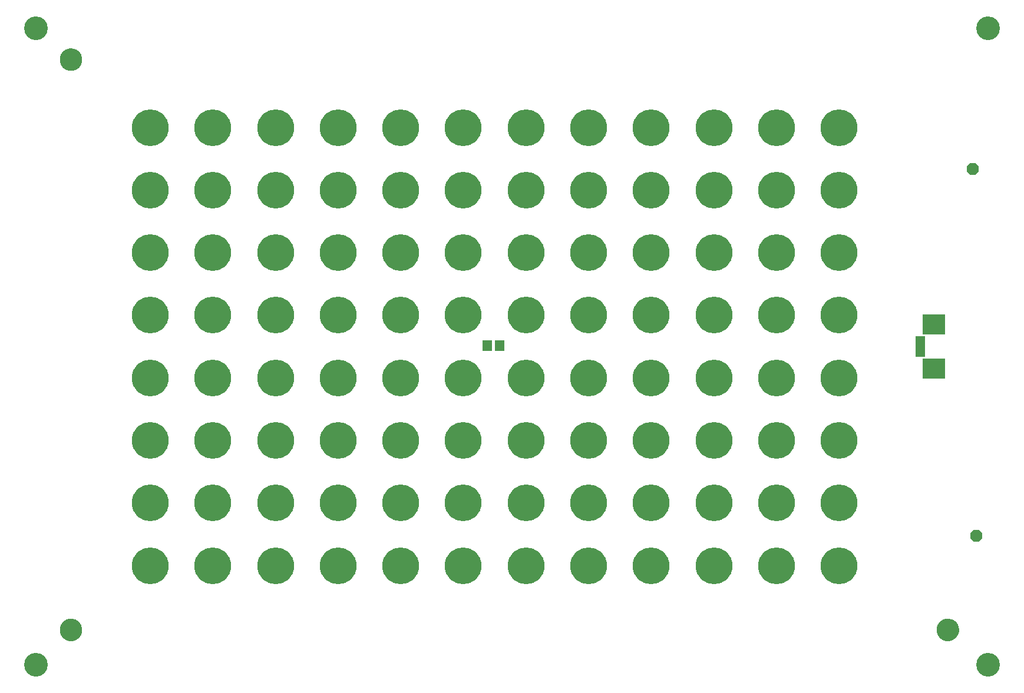
<source format=gbs>
G75*
%MOIN*%
%OFA0B0*%
%FSLAX25Y25*%
%IPPOS*%
%LPD*%
%AMOC8*
5,1,8,0,0,1.08239X$1,22.5*
%
%ADD10C,0.20800*%
%ADD11C,0.13398*%
%ADD12C,0.08600*%
%ADD13C,0.04800*%
%ADD14R,0.05450X0.06225*%
%ADD15R,0.05524X0.01981*%
%ADD16R,0.12611X0.11430*%
%ADD17OC8,0.06800*%
D10*
X0130197Y0112661D03*
X0165630Y0112661D03*
X0201063Y0112661D03*
X0236496Y0112661D03*
X0271929Y0112661D03*
X0307362Y0112661D03*
X0342795Y0112661D03*
X0378228Y0112661D03*
X0413661Y0112661D03*
X0449094Y0112661D03*
X0484528Y0112661D03*
X0519961Y0112661D03*
X0519961Y0148094D03*
X0484528Y0148094D03*
X0449094Y0148094D03*
X0413661Y0148094D03*
X0378228Y0148094D03*
X0342795Y0148094D03*
X0307362Y0148094D03*
X0271929Y0148094D03*
X0236496Y0148094D03*
X0201063Y0148094D03*
X0165630Y0148094D03*
X0130197Y0148094D03*
X0130197Y0183528D03*
X0165630Y0183528D03*
X0201063Y0183528D03*
X0236496Y0183528D03*
X0271929Y0183528D03*
X0307362Y0183528D03*
X0342795Y0183528D03*
X0378228Y0183528D03*
X0413661Y0183528D03*
X0449094Y0183528D03*
X0484528Y0183528D03*
X0519961Y0183528D03*
X0519961Y0218961D03*
X0484528Y0218961D03*
X0449094Y0218961D03*
X0413661Y0218961D03*
X0378228Y0218961D03*
X0342795Y0218961D03*
X0307362Y0218961D03*
X0271929Y0218961D03*
X0236496Y0218961D03*
X0201063Y0218961D03*
X0165630Y0218961D03*
X0130197Y0218961D03*
X0130197Y0254394D03*
X0165630Y0254394D03*
X0201063Y0254394D03*
X0236496Y0254394D03*
X0271929Y0254394D03*
X0307362Y0254394D03*
X0342795Y0254394D03*
X0378228Y0254394D03*
X0413661Y0254394D03*
X0449094Y0254394D03*
X0484528Y0254394D03*
X0519961Y0254394D03*
X0519961Y0289827D03*
X0484528Y0289827D03*
X0449094Y0289827D03*
X0413661Y0289827D03*
X0378228Y0289827D03*
X0342795Y0289827D03*
X0307362Y0289827D03*
X0271929Y0289827D03*
X0236496Y0289827D03*
X0201063Y0289827D03*
X0165630Y0289827D03*
X0130197Y0289827D03*
X0130197Y0325260D03*
X0165630Y0325260D03*
X0201063Y0325260D03*
X0236496Y0325260D03*
X0271929Y0325260D03*
X0307362Y0325260D03*
X0342795Y0325260D03*
X0378228Y0325260D03*
X0413661Y0325260D03*
X0449094Y0325260D03*
X0484528Y0325260D03*
X0519961Y0325260D03*
X0519961Y0360693D03*
X0484528Y0360693D03*
X0449094Y0360693D03*
X0413661Y0360693D03*
X0378228Y0360693D03*
X0342795Y0360693D03*
X0307362Y0360693D03*
X0271929Y0360693D03*
X0236496Y0360693D03*
X0201063Y0360693D03*
X0165630Y0360693D03*
X0130197Y0360693D03*
D11*
X0065709Y0056598D03*
X0065709Y0416756D03*
X0604134Y0416756D03*
X0604134Y0056598D03*
D12*
X0579488Y0076283D02*
X0579490Y0076371D01*
X0579496Y0076459D01*
X0579506Y0076547D01*
X0579520Y0076635D01*
X0579537Y0076721D01*
X0579559Y0076807D01*
X0579584Y0076891D01*
X0579614Y0076975D01*
X0579646Y0077057D01*
X0579683Y0077137D01*
X0579723Y0077216D01*
X0579767Y0077293D01*
X0579814Y0077368D01*
X0579864Y0077440D01*
X0579918Y0077511D01*
X0579974Y0077578D01*
X0580034Y0077644D01*
X0580096Y0077706D01*
X0580162Y0077766D01*
X0580229Y0077822D01*
X0580300Y0077876D01*
X0580372Y0077926D01*
X0580447Y0077973D01*
X0580524Y0078017D01*
X0580603Y0078057D01*
X0580683Y0078094D01*
X0580765Y0078126D01*
X0580849Y0078156D01*
X0580933Y0078181D01*
X0581019Y0078203D01*
X0581105Y0078220D01*
X0581193Y0078234D01*
X0581281Y0078244D01*
X0581369Y0078250D01*
X0581457Y0078252D01*
X0581545Y0078250D01*
X0581633Y0078244D01*
X0581721Y0078234D01*
X0581809Y0078220D01*
X0581895Y0078203D01*
X0581981Y0078181D01*
X0582065Y0078156D01*
X0582149Y0078126D01*
X0582231Y0078094D01*
X0582311Y0078057D01*
X0582390Y0078017D01*
X0582467Y0077973D01*
X0582542Y0077926D01*
X0582614Y0077876D01*
X0582685Y0077822D01*
X0582752Y0077766D01*
X0582818Y0077706D01*
X0582880Y0077644D01*
X0582940Y0077578D01*
X0582996Y0077511D01*
X0583050Y0077440D01*
X0583100Y0077368D01*
X0583147Y0077293D01*
X0583191Y0077216D01*
X0583231Y0077137D01*
X0583268Y0077057D01*
X0583300Y0076975D01*
X0583330Y0076891D01*
X0583355Y0076807D01*
X0583377Y0076721D01*
X0583394Y0076635D01*
X0583408Y0076547D01*
X0583418Y0076459D01*
X0583424Y0076371D01*
X0583426Y0076283D01*
X0583424Y0076195D01*
X0583418Y0076107D01*
X0583408Y0076019D01*
X0583394Y0075931D01*
X0583377Y0075845D01*
X0583355Y0075759D01*
X0583330Y0075675D01*
X0583300Y0075591D01*
X0583268Y0075509D01*
X0583231Y0075429D01*
X0583191Y0075350D01*
X0583147Y0075273D01*
X0583100Y0075198D01*
X0583050Y0075126D01*
X0582996Y0075055D01*
X0582940Y0074988D01*
X0582880Y0074922D01*
X0582818Y0074860D01*
X0582752Y0074800D01*
X0582685Y0074744D01*
X0582614Y0074690D01*
X0582542Y0074640D01*
X0582467Y0074593D01*
X0582390Y0074549D01*
X0582311Y0074509D01*
X0582231Y0074472D01*
X0582149Y0074440D01*
X0582065Y0074410D01*
X0581981Y0074385D01*
X0581895Y0074363D01*
X0581809Y0074346D01*
X0581721Y0074332D01*
X0581633Y0074322D01*
X0581545Y0074316D01*
X0581457Y0074314D01*
X0581369Y0074316D01*
X0581281Y0074322D01*
X0581193Y0074332D01*
X0581105Y0074346D01*
X0581019Y0074363D01*
X0580933Y0074385D01*
X0580849Y0074410D01*
X0580765Y0074440D01*
X0580683Y0074472D01*
X0580603Y0074509D01*
X0580524Y0074549D01*
X0580447Y0074593D01*
X0580372Y0074640D01*
X0580300Y0074690D01*
X0580229Y0074744D01*
X0580162Y0074800D01*
X0580096Y0074860D01*
X0580034Y0074922D01*
X0579974Y0074988D01*
X0579918Y0075055D01*
X0579864Y0075126D01*
X0579814Y0075198D01*
X0579767Y0075273D01*
X0579723Y0075350D01*
X0579683Y0075429D01*
X0579646Y0075509D01*
X0579614Y0075591D01*
X0579584Y0075675D01*
X0579559Y0075759D01*
X0579537Y0075845D01*
X0579520Y0075931D01*
X0579506Y0076019D01*
X0579496Y0076107D01*
X0579490Y0076195D01*
X0579488Y0076283D01*
X0083425Y0076283D02*
X0083427Y0076371D01*
X0083433Y0076459D01*
X0083443Y0076547D01*
X0083457Y0076635D01*
X0083474Y0076721D01*
X0083496Y0076807D01*
X0083521Y0076891D01*
X0083551Y0076975D01*
X0083583Y0077057D01*
X0083620Y0077137D01*
X0083660Y0077216D01*
X0083704Y0077293D01*
X0083751Y0077368D01*
X0083801Y0077440D01*
X0083855Y0077511D01*
X0083911Y0077578D01*
X0083971Y0077644D01*
X0084033Y0077706D01*
X0084099Y0077766D01*
X0084166Y0077822D01*
X0084237Y0077876D01*
X0084309Y0077926D01*
X0084384Y0077973D01*
X0084461Y0078017D01*
X0084540Y0078057D01*
X0084620Y0078094D01*
X0084702Y0078126D01*
X0084786Y0078156D01*
X0084870Y0078181D01*
X0084956Y0078203D01*
X0085042Y0078220D01*
X0085130Y0078234D01*
X0085218Y0078244D01*
X0085306Y0078250D01*
X0085394Y0078252D01*
X0085482Y0078250D01*
X0085570Y0078244D01*
X0085658Y0078234D01*
X0085746Y0078220D01*
X0085832Y0078203D01*
X0085918Y0078181D01*
X0086002Y0078156D01*
X0086086Y0078126D01*
X0086168Y0078094D01*
X0086248Y0078057D01*
X0086327Y0078017D01*
X0086404Y0077973D01*
X0086479Y0077926D01*
X0086551Y0077876D01*
X0086622Y0077822D01*
X0086689Y0077766D01*
X0086755Y0077706D01*
X0086817Y0077644D01*
X0086877Y0077578D01*
X0086933Y0077511D01*
X0086987Y0077440D01*
X0087037Y0077368D01*
X0087084Y0077293D01*
X0087128Y0077216D01*
X0087168Y0077137D01*
X0087205Y0077057D01*
X0087237Y0076975D01*
X0087267Y0076891D01*
X0087292Y0076807D01*
X0087314Y0076721D01*
X0087331Y0076635D01*
X0087345Y0076547D01*
X0087355Y0076459D01*
X0087361Y0076371D01*
X0087363Y0076283D01*
X0087361Y0076195D01*
X0087355Y0076107D01*
X0087345Y0076019D01*
X0087331Y0075931D01*
X0087314Y0075845D01*
X0087292Y0075759D01*
X0087267Y0075675D01*
X0087237Y0075591D01*
X0087205Y0075509D01*
X0087168Y0075429D01*
X0087128Y0075350D01*
X0087084Y0075273D01*
X0087037Y0075198D01*
X0086987Y0075126D01*
X0086933Y0075055D01*
X0086877Y0074988D01*
X0086817Y0074922D01*
X0086755Y0074860D01*
X0086689Y0074800D01*
X0086622Y0074744D01*
X0086551Y0074690D01*
X0086479Y0074640D01*
X0086404Y0074593D01*
X0086327Y0074549D01*
X0086248Y0074509D01*
X0086168Y0074472D01*
X0086086Y0074440D01*
X0086002Y0074410D01*
X0085918Y0074385D01*
X0085832Y0074363D01*
X0085746Y0074346D01*
X0085658Y0074332D01*
X0085570Y0074322D01*
X0085482Y0074316D01*
X0085394Y0074314D01*
X0085306Y0074316D01*
X0085218Y0074322D01*
X0085130Y0074332D01*
X0085042Y0074346D01*
X0084956Y0074363D01*
X0084870Y0074385D01*
X0084786Y0074410D01*
X0084702Y0074440D01*
X0084620Y0074472D01*
X0084540Y0074509D01*
X0084461Y0074549D01*
X0084384Y0074593D01*
X0084309Y0074640D01*
X0084237Y0074690D01*
X0084166Y0074744D01*
X0084099Y0074800D01*
X0084033Y0074860D01*
X0083971Y0074922D01*
X0083911Y0074988D01*
X0083855Y0075055D01*
X0083801Y0075126D01*
X0083751Y0075198D01*
X0083704Y0075273D01*
X0083660Y0075350D01*
X0083620Y0075429D01*
X0083583Y0075509D01*
X0083551Y0075591D01*
X0083521Y0075675D01*
X0083496Y0075759D01*
X0083474Y0075845D01*
X0083457Y0075931D01*
X0083443Y0076019D01*
X0083433Y0076107D01*
X0083427Y0076195D01*
X0083425Y0076283D01*
X0083425Y0399118D02*
X0083427Y0399206D01*
X0083433Y0399294D01*
X0083443Y0399382D01*
X0083457Y0399470D01*
X0083474Y0399556D01*
X0083496Y0399642D01*
X0083521Y0399726D01*
X0083551Y0399810D01*
X0083583Y0399892D01*
X0083620Y0399972D01*
X0083660Y0400051D01*
X0083704Y0400128D01*
X0083751Y0400203D01*
X0083801Y0400275D01*
X0083855Y0400346D01*
X0083911Y0400413D01*
X0083971Y0400479D01*
X0084033Y0400541D01*
X0084099Y0400601D01*
X0084166Y0400657D01*
X0084237Y0400711D01*
X0084309Y0400761D01*
X0084384Y0400808D01*
X0084461Y0400852D01*
X0084540Y0400892D01*
X0084620Y0400929D01*
X0084702Y0400961D01*
X0084786Y0400991D01*
X0084870Y0401016D01*
X0084956Y0401038D01*
X0085042Y0401055D01*
X0085130Y0401069D01*
X0085218Y0401079D01*
X0085306Y0401085D01*
X0085394Y0401087D01*
X0085482Y0401085D01*
X0085570Y0401079D01*
X0085658Y0401069D01*
X0085746Y0401055D01*
X0085832Y0401038D01*
X0085918Y0401016D01*
X0086002Y0400991D01*
X0086086Y0400961D01*
X0086168Y0400929D01*
X0086248Y0400892D01*
X0086327Y0400852D01*
X0086404Y0400808D01*
X0086479Y0400761D01*
X0086551Y0400711D01*
X0086622Y0400657D01*
X0086689Y0400601D01*
X0086755Y0400541D01*
X0086817Y0400479D01*
X0086877Y0400413D01*
X0086933Y0400346D01*
X0086987Y0400275D01*
X0087037Y0400203D01*
X0087084Y0400128D01*
X0087128Y0400051D01*
X0087168Y0399972D01*
X0087205Y0399892D01*
X0087237Y0399810D01*
X0087267Y0399726D01*
X0087292Y0399642D01*
X0087314Y0399556D01*
X0087331Y0399470D01*
X0087345Y0399382D01*
X0087355Y0399294D01*
X0087361Y0399206D01*
X0087363Y0399118D01*
X0087361Y0399030D01*
X0087355Y0398942D01*
X0087345Y0398854D01*
X0087331Y0398766D01*
X0087314Y0398680D01*
X0087292Y0398594D01*
X0087267Y0398510D01*
X0087237Y0398426D01*
X0087205Y0398344D01*
X0087168Y0398264D01*
X0087128Y0398185D01*
X0087084Y0398108D01*
X0087037Y0398033D01*
X0086987Y0397961D01*
X0086933Y0397890D01*
X0086877Y0397823D01*
X0086817Y0397757D01*
X0086755Y0397695D01*
X0086689Y0397635D01*
X0086622Y0397579D01*
X0086551Y0397525D01*
X0086479Y0397475D01*
X0086404Y0397428D01*
X0086327Y0397384D01*
X0086248Y0397344D01*
X0086168Y0397307D01*
X0086086Y0397275D01*
X0086002Y0397245D01*
X0085918Y0397220D01*
X0085832Y0397198D01*
X0085746Y0397181D01*
X0085658Y0397167D01*
X0085570Y0397157D01*
X0085482Y0397151D01*
X0085394Y0397149D01*
X0085306Y0397151D01*
X0085218Y0397157D01*
X0085130Y0397167D01*
X0085042Y0397181D01*
X0084956Y0397198D01*
X0084870Y0397220D01*
X0084786Y0397245D01*
X0084702Y0397275D01*
X0084620Y0397307D01*
X0084540Y0397344D01*
X0084461Y0397384D01*
X0084384Y0397428D01*
X0084309Y0397475D01*
X0084237Y0397525D01*
X0084166Y0397579D01*
X0084099Y0397635D01*
X0084033Y0397695D01*
X0083971Y0397757D01*
X0083911Y0397823D01*
X0083855Y0397890D01*
X0083801Y0397961D01*
X0083751Y0398033D01*
X0083704Y0398108D01*
X0083660Y0398185D01*
X0083620Y0398264D01*
X0083583Y0398344D01*
X0083551Y0398426D01*
X0083521Y0398510D01*
X0083496Y0398594D01*
X0083474Y0398680D01*
X0083457Y0398766D01*
X0083443Y0398854D01*
X0083433Y0398942D01*
X0083427Y0399030D01*
X0083425Y0399118D01*
D13*
X0085394Y0399118D03*
X0085394Y0076283D03*
X0581457Y0076283D03*
D14*
X0327926Y0237109D03*
X0320839Y0237109D03*
D15*
X0565917Y0237672D03*
X0565917Y0239640D03*
X0565917Y0241609D03*
X0565917Y0235703D03*
X0565917Y0233735D03*
X0565917Y0231766D03*
D16*
X0573398Y0224168D03*
X0573398Y0249207D03*
D17*
X0595698Y0337387D03*
X0597598Y0129687D03*
M02*

</source>
